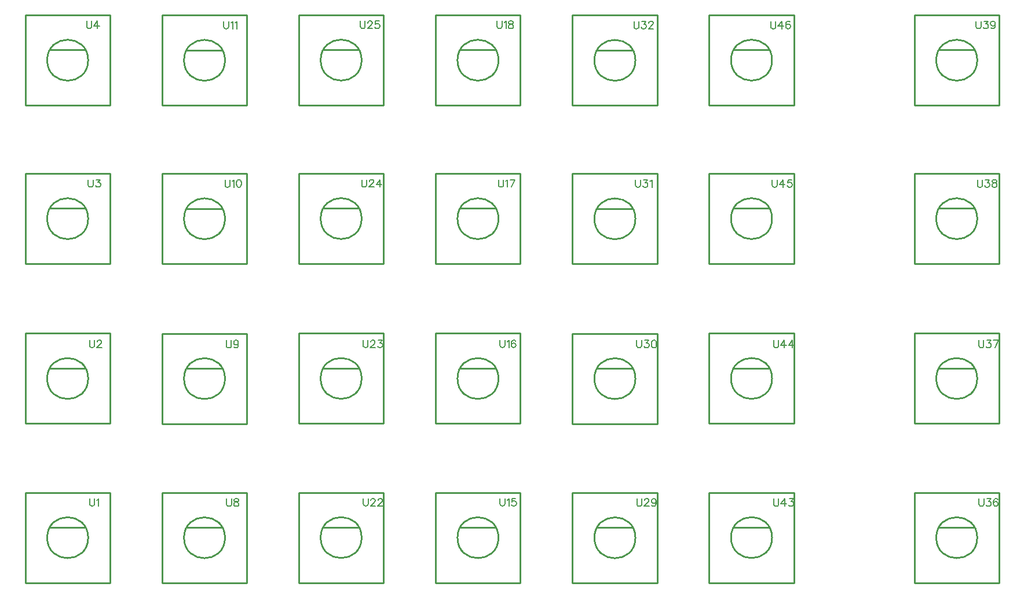
<source format=gto>
G04 Layer: TopSilkLayer*
G04 EasyEDA v6.4.20.6, 2021-08-02T11:14:11+02:00*
G04 e7c21c1e6ca5491a88c75d15d8fd51ee,3e5df01c9dd74657a85989452aaa4bc1,10*
G04 Gerber Generator version 0.2*
G04 Scale: 100 percent, Rotated: No, Reflected: No *
G04 Dimensions in millimeters *
G04 leading zeros omitted , absolute positions ,4 integer and 5 decimal *
%FSLAX45Y45*%
%MOMM*%

%ADD10C,0.2540*%
%ADD16C,0.1778*%

%LPD*%
D16*
X12510061Y-13151449D02*
G01*
X12510061Y-13229173D01*
X12515141Y-13244921D01*
X12525555Y-13255335D01*
X12541303Y-13260415D01*
X12551717Y-13260415D01*
X12567211Y-13255335D01*
X12577625Y-13244921D01*
X12582705Y-13229173D01*
X12582705Y-13151449D01*
X12643157Y-13151449D02*
G01*
X12627409Y-13156529D01*
X12622329Y-13166943D01*
X12622329Y-13177357D01*
X12627409Y-13187771D01*
X12637823Y-13192851D01*
X12658651Y-13198185D01*
X12674145Y-13203265D01*
X12684559Y-13213679D01*
X12689893Y-13224093D01*
X12689893Y-13239587D01*
X12684559Y-13250001D01*
X12679479Y-13255335D01*
X12663731Y-13260415D01*
X12643157Y-13260415D01*
X12627409Y-13255335D01*
X12622329Y-13250001D01*
X12616995Y-13239587D01*
X12616995Y-13224093D01*
X12622329Y-13213679D01*
X12632743Y-13203265D01*
X12648237Y-13198185D01*
X12669065Y-13192851D01*
X12679479Y-13187771D01*
X12684559Y-13177357D01*
X12684559Y-13166943D01*
X12679479Y-13156529D01*
X12663731Y-13151449D01*
X12643157Y-13151449D01*
X12509045Y-10831667D02*
G01*
X12509045Y-10909391D01*
X12514125Y-10925139D01*
X12524539Y-10935553D01*
X12540287Y-10940633D01*
X12550701Y-10940633D01*
X12566195Y-10935553D01*
X12576609Y-10925139D01*
X12581689Y-10909391D01*
X12581689Y-10831667D01*
X12683543Y-10867989D02*
G01*
X12678463Y-10883483D01*
X12668049Y-10893897D01*
X12652555Y-10898977D01*
X12647221Y-10898977D01*
X12631727Y-10893897D01*
X12621313Y-10883483D01*
X12615979Y-10867989D01*
X12615979Y-10862655D01*
X12621313Y-10847161D01*
X12631727Y-10836747D01*
X12647221Y-10831667D01*
X12652555Y-10831667D01*
X12668049Y-10836747D01*
X12678463Y-10847161D01*
X12683543Y-10867989D01*
X12683543Y-10893897D01*
X12678463Y-10919805D01*
X12668049Y-10935553D01*
X12652555Y-10940633D01*
X12642141Y-10940633D01*
X12626393Y-10935553D01*
X12621313Y-10925139D01*
X12489487Y-8480897D02*
G01*
X12489487Y-8558621D01*
X12494567Y-8574369D01*
X12504981Y-8584783D01*
X12520729Y-8589863D01*
X12531143Y-8589863D01*
X12546637Y-8584783D01*
X12557051Y-8574369D01*
X12562131Y-8558621D01*
X12562131Y-8480897D01*
X12596421Y-8501471D02*
G01*
X12606835Y-8496391D01*
X12622583Y-8480897D01*
X12622583Y-8589863D01*
X12687861Y-8480897D02*
G01*
X12672367Y-8485977D01*
X12661953Y-8501471D01*
X12656873Y-8527633D01*
X12656873Y-8543127D01*
X12661953Y-8569035D01*
X12672367Y-8584783D01*
X12687861Y-8589863D01*
X12698275Y-8589863D01*
X12714023Y-8584783D01*
X12724437Y-8569035D01*
X12729517Y-8543127D01*
X12729517Y-8527633D01*
X12724437Y-8501471D01*
X12714023Y-8485977D01*
X12698275Y-8480897D01*
X12687861Y-8480897D01*
X12467389Y-6160353D02*
G01*
X12467389Y-6238077D01*
X12472469Y-6253825D01*
X12482883Y-6264239D01*
X12498631Y-6269319D01*
X12509045Y-6269319D01*
X12524539Y-6264239D01*
X12534953Y-6253825D01*
X12540033Y-6238077D01*
X12540033Y-6160353D01*
X12574323Y-6180927D02*
G01*
X12584737Y-6175847D01*
X12600485Y-6160353D01*
X12600485Y-6269319D01*
X12634775Y-6180927D02*
G01*
X12645189Y-6175847D01*
X12660683Y-6160353D01*
X12660683Y-6269319D01*
X10509735Y-13149023D02*
G01*
X10509735Y-13226747D01*
X10514815Y-13242495D01*
X10525229Y-13252909D01*
X10540977Y-13257989D01*
X10551391Y-13257989D01*
X10566885Y-13252909D01*
X10577299Y-13242495D01*
X10582379Y-13226747D01*
X10582379Y-13149023D01*
X10616669Y-13169597D02*
G01*
X10627083Y-13164517D01*
X10642831Y-13149023D01*
X10642831Y-13257989D01*
X10508719Y-10829241D02*
G01*
X10508719Y-10906965D01*
X10513799Y-10922713D01*
X10524213Y-10933127D01*
X10539961Y-10938207D01*
X10550375Y-10938207D01*
X10565869Y-10933127D01*
X10576283Y-10922713D01*
X10581363Y-10906965D01*
X10581363Y-10829241D01*
X10620987Y-10855149D02*
G01*
X10620987Y-10849815D01*
X10626067Y-10839401D01*
X10631401Y-10834321D01*
X10641815Y-10829241D01*
X10662389Y-10829241D01*
X10672803Y-10834321D01*
X10678137Y-10839401D01*
X10683217Y-10849815D01*
X10683217Y-10860229D01*
X10678137Y-10870643D01*
X10667723Y-10886391D01*
X10615653Y-10938207D01*
X10688551Y-10938207D01*
X10489161Y-8478471D02*
G01*
X10489161Y-8556195D01*
X10494241Y-8571943D01*
X10504655Y-8582357D01*
X10520403Y-8587437D01*
X10530817Y-8587437D01*
X10546311Y-8582357D01*
X10556725Y-8571943D01*
X10561805Y-8556195D01*
X10561805Y-8478471D01*
X10606509Y-8478471D02*
G01*
X10663659Y-8478471D01*
X10632671Y-8519873D01*
X10648165Y-8519873D01*
X10658579Y-8525207D01*
X10663659Y-8530287D01*
X10668993Y-8545781D01*
X10668993Y-8556195D01*
X10663659Y-8571943D01*
X10653245Y-8582357D01*
X10637751Y-8587437D01*
X10622257Y-8587437D01*
X10606509Y-8582357D01*
X10601429Y-8577023D01*
X10596095Y-8566609D01*
X10467063Y-6157927D02*
G01*
X10467063Y-6235651D01*
X10472143Y-6251399D01*
X10482557Y-6261813D01*
X10498305Y-6266893D01*
X10508719Y-6266893D01*
X10524213Y-6261813D01*
X10534627Y-6251399D01*
X10539707Y-6235651D01*
X10539707Y-6157927D01*
X10626067Y-6157927D02*
G01*
X10573997Y-6230571D01*
X10651975Y-6230571D01*
X10626067Y-6157927D02*
G01*
X10626067Y-6266893D01*
X16507731Y-13149041D02*
G01*
X16507731Y-13226765D01*
X16512811Y-13242513D01*
X16523225Y-13252927D01*
X16538973Y-13258007D01*
X16549387Y-13258007D01*
X16564881Y-13252927D01*
X16575295Y-13242513D01*
X16580375Y-13226765D01*
X16580375Y-13149041D01*
X16614665Y-13169615D02*
G01*
X16625079Y-13164535D01*
X16640827Y-13149041D01*
X16640827Y-13258007D01*
X16737347Y-13149041D02*
G01*
X16685531Y-13149041D01*
X16680197Y-13195777D01*
X16685531Y-13190443D01*
X16701025Y-13185363D01*
X16716519Y-13185363D01*
X16732267Y-13190443D01*
X16742681Y-13200857D01*
X16747761Y-13216351D01*
X16747761Y-13226765D01*
X16742681Y-13242513D01*
X16732267Y-13252927D01*
X16716519Y-13258007D01*
X16701025Y-13258007D01*
X16685531Y-13252927D01*
X16680197Y-13247593D01*
X16675117Y-13237179D01*
X16506715Y-10829259D02*
G01*
X16506715Y-10906983D01*
X16511795Y-10922731D01*
X16522209Y-10933145D01*
X16537957Y-10938225D01*
X16548371Y-10938225D01*
X16563865Y-10933145D01*
X16574279Y-10922731D01*
X16579359Y-10906983D01*
X16579359Y-10829259D01*
X16613649Y-10849833D02*
G01*
X16624063Y-10844753D01*
X16639811Y-10829259D01*
X16639811Y-10938225D01*
X16736331Y-10844753D02*
G01*
X16731251Y-10834339D01*
X16715503Y-10829259D01*
X16705089Y-10829259D01*
X16689595Y-10834339D01*
X16679181Y-10849833D01*
X16674101Y-10875995D01*
X16674101Y-10901903D01*
X16679181Y-10922731D01*
X16689595Y-10933145D01*
X16705089Y-10938225D01*
X16710423Y-10938225D01*
X16725917Y-10933145D01*
X16736331Y-10922731D01*
X16741665Y-10906983D01*
X16741665Y-10901903D01*
X16736331Y-10886409D01*
X16725917Y-10875995D01*
X16710423Y-10870661D01*
X16705089Y-10870661D01*
X16689595Y-10875995D01*
X16679181Y-10886409D01*
X16674101Y-10901903D01*
X16487157Y-8478489D02*
G01*
X16487157Y-8556213D01*
X16492237Y-8571961D01*
X16502651Y-8582375D01*
X16518399Y-8587455D01*
X16528813Y-8587455D01*
X16544307Y-8582375D01*
X16554721Y-8571961D01*
X16559801Y-8556213D01*
X16559801Y-8478489D01*
X16594091Y-8499063D02*
G01*
X16604505Y-8493983D01*
X16620253Y-8478489D01*
X16620253Y-8587455D01*
X16727187Y-8478489D02*
G01*
X16675117Y-8587455D01*
X16654543Y-8478489D02*
G01*
X16727187Y-8478489D01*
X16465059Y-6157945D02*
G01*
X16465059Y-6235669D01*
X16470139Y-6251417D01*
X16480553Y-6261831D01*
X16496301Y-6266911D01*
X16506715Y-6266911D01*
X16522209Y-6261831D01*
X16532623Y-6251417D01*
X16537703Y-6235669D01*
X16537703Y-6157945D01*
X16571993Y-6178519D02*
G01*
X16582407Y-6173439D01*
X16598155Y-6157945D01*
X16598155Y-6266911D01*
X16658353Y-6157945D02*
G01*
X16642859Y-6163025D01*
X16637525Y-6173439D01*
X16637525Y-6183853D01*
X16642859Y-6194267D01*
X16653019Y-6199347D01*
X16673847Y-6204681D01*
X16689595Y-6209761D01*
X16700009Y-6220175D01*
X16705089Y-6230589D01*
X16705089Y-6246083D01*
X16700009Y-6256497D01*
X16694675Y-6261831D01*
X16679181Y-6266911D01*
X16658353Y-6266911D01*
X16642859Y-6261831D01*
X16637525Y-6256497D01*
X16632445Y-6246083D01*
X16632445Y-6230589D01*
X16637525Y-6220175D01*
X16647939Y-6209761D01*
X16663433Y-6204681D01*
X16684261Y-6199347D01*
X16694675Y-6194267D01*
X16700009Y-6183853D01*
X16700009Y-6173439D01*
X16694675Y-6163025D01*
X16679181Y-6157945D01*
X16658353Y-6157945D01*
X14507735Y-13149041D02*
G01*
X14507735Y-13226765D01*
X14512815Y-13242513D01*
X14523229Y-13252927D01*
X14538977Y-13258007D01*
X14549391Y-13258007D01*
X14564885Y-13252927D01*
X14575299Y-13242513D01*
X14580379Y-13226765D01*
X14580379Y-13149041D01*
X14620003Y-13174949D02*
G01*
X14620003Y-13169615D01*
X14625083Y-13159201D01*
X14630417Y-13154121D01*
X14640831Y-13149041D01*
X14661405Y-13149041D01*
X14671819Y-13154121D01*
X14677153Y-13159201D01*
X14682233Y-13169615D01*
X14682233Y-13180029D01*
X14677153Y-13190443D01*
X14666739Y-13206191D01*
X14614669Y-13258007D01*
X14687567Y-13258007D01*
X14726937Y-13174949D02*
G01*
X14726937Y-13169615D01*
X14732271Y-13159201D01*
X14737351Y-13154121D01*
X14747765Y-13149041D01*
X14768593Y-13149041D01*
X14779007Y-13154121D01*
X14784087Y-13159201D01*
X14789421Y-13169615D01*
X14789421Y-13180029D01*
X14784087Y-13190443D01*
X14773673Y-13206191D01*
X14721857Y-13258007D01*
X14794501Y-13258007D01*
X14506719Y-10829259D02*
G01*
X14506719Y-10906983D01*
X14511799Y-10922731D01*
X14522213Y-10933145D01*
X14537961Y-10938225D01*
X14548375Y-10938225D01*
X14563869Y-10933145D01*
X14574283Y-10922731D01*
X14579363Y-10906983D01*
X14579363Y-10829259D01*
X14618987Y-10855167D02*
G01*
X14618987Y-10849833D01*
X14624067Y-10839419D01*
X14629401Y-10834339D01*
X14639815Y-10829259D01*
X14660389Y-10829259D01*
X14670803Y-10834339D01*
X14676137Y-10839419D01*
X14681217Y-10849833D01*
X14681217Y-10860247D01*
X14676137Y-10870661D01*
X14665723Y-10886409D01*
X14613653Y-10938225D01*
X14686551Y-10938225D01*
X14731255Y-10829259D02*
G01*
X14788405Y-10829259D01*
X14757163Y-10870661D01*
X14772657Y-10870661D01*
X14783071Y-10875995D01*
X14788405Y-10881075D01*
X14793485Y-10896569D01*
X14793485Y-10906983D01*
X14788405Y-10922731D01*
X14777991Y-10933145D01*
X14762243Y-10938225D01*
X14746749Y-10938225D01*
X14731255Y-10933145D01*
X14725921Y-10927811D01*
X14720841Y-10917397D01*
X14487161Y-8478489D02*
G01*
X14487161Y-8556213D01*
X14492241Y-8571961D01*
X14502655Y-8582375D01*
X14518403Y-8587455D01*
X14528817Y-8587455D01*
X14544311Y-8582375D01*
X14554725Y-8571961D01*
X14559805Y-8556213D01*
X14559805Y-8478489D01*
X14599429Y-8504397D02*
G01*
X14599429Y-8499063D01*
X14604509Y-8488649D01*
X14609843Y-8483569D01*
X14620257Y-8478489D01*
X14640831Y-8478489D01*
X14651245Y-8483569D01*
X14656579Y-8488649D01*
X14661659Y-8499063D01*
X14661659Y-8509477D01*
X14656579Y-8519891D01*
X14646165Y-8535639D01*
X14594095Y-8587455D01*
X14666993Y-8587455D01*
X14753099Y-8478489D02*
G01*
X14701283Y-8551133D01*
X14779261Y-8551133D01*
X14753099Y-8478489D02*
G01*
X14753099Y-8587455D01*
X14465063Y-6157945D02*
G01*
X14465063Y-6235669D01*
X14470143Y-6251417D01*
X14480557Y-6261831D01*
X14496305Y-6266911D01*
X14506719Y-6266911D01*
X14522213Y-6261831D01*
X14532627Y-6251417D01*
X14537707Y-6235669D01*
X14537707Y-6157945D01*
X14577331Y-6183853D02*
G01*
X14577331Y-6178519D01*
X14582411Y-6168105D01*
X14587745Y-6163025D01*
X14598159Y-6157945D01*
X14618733Y-6157945D01*
X14629147Y-6163025D01*
X14634481Y-6168105D01*
X14639561Y-6178519D01*
X14639561Y-6188933D01*
X14634481Y-6199347D01*
X14624067Y-6215095D01*
X14571997Y-6266911D01*
X14644895Y-6266911D01*
X14741415Y-6157945D02*
G01*
X14689599Y-6157945D01*
X14684265Y-6204681D01*
X14689599Y-6199347D01*
X14705093Y-6194267D01*
X14720587Y-6194267D01*
X14736335Y-6199347D01*
X14746749Y-6209761D01*
X14751829Y-6225255D01*
X14751829Y-6235669D01*
X14746749Y-6251417D01*
X14736335Y-6261831D01*
X14720587Y-6266911D01*
X14705093Y-6266911D01*
X14689599Y-6261831D01*
X14684265Y-6256497D01*
X14679185Y-6246083D01*
X18509584Y-13150659D02*
G01*
X18509584Y-13228383D01*
X18514664Y-13244131D01*
X18525078Y-13254545D01*
X18540826Y-13259625D01*
X18551240Y-13259625D01*
X18566734Y-13254545D01*
X18577148Y-13244131D01*
X18582228Y-13228383D01*
X18582228Y-13150659D01*
X18621852Y-13176567D02*
G01*
X18621852Y-13171233D01*
X18626932Y-13160819D01*
X18632266Y-13155739D01*
X18642680Y-13150659D01*
X18663254Y-13150659D01*
X18673668Y-13155739D01*
X18679002Y-13160819D01*
X18684082Y-13171233D01*
X18684082Y-13181647D01*
X18679002Y-13192061D01*
X18668588Y-13207809D01*
X18616518Y-13259625D01*
X18689416Y-13259625D01*
X18791270Y-13186981D02*
G01*
X18785936Y-13202475D01*
X18775522Y-13212889D01*
X18760028Y-13217969D01*
X18754694Y-13217969D01*
X18739200Y-13212889D01*
X18728786Y-13202475D01*
X18723706Y-13186981D01*
X18723706Y-13181647D01*
X18728786Y-13166153D01*
X18739200Y-13155739D01*
X18754694Y-13150659D01*
X18760028Y-13150659D01*
X18775522Y-13155739D01*
X18785936Y-13166153D01*
X18791270Y-13186981D01*
X18791270Y-13212889D01*
X18785936Y-13238797D01*
X18775522Y-13254545D01*
X18760028Y-13259625D01*
X18749614Y-13259625D01*
X18734120Y-13254545D01*
X18728786Y-13244131D01*
X18508568Y-10830877D02*
G01*
X18508568Y-10908601D01*
X18513648Y-10924349D01*
X18524062Y-10934763D01*
X18539810Y-10939843D01*
X18550224Y-10939843D01*
X18565718Y-10934763D01*
X18576132Y-10924349D01*
X18581212Y-10908601D01*
X18581212Y-10830877D01*
X18625916Y-10830877D02*
G01*
X18683066Y-10830877D01*
X18652078Y-10872279D01*
X18667572Y-10872279D01*
X18677986Y-10877613D01*
X18683066Y-10882693D01*
X18688400Y-10898187D01*
X18688400Y-10908601D01*
X18683066Y-10924349D01*
X18672652Y-10934763D01*
X18657158Y-10939843D01*
X18641664Y-10939843D01*
X18625916Y-10934763D01*
X18620836Y-10929429D01*
X18615502Y-10919015D01*
X18753678Y-10830877D02*
G01*
X18738184Y-10835957D01*
X18727770Y-10851451D01*
X18722690Y-10877613D01*
X18722690Y-10893107D01*
X18727770Y-10919015D01*
X18738184Y-10934763D01*
X18753678Y-10939843D01*
X18764092Y-10939843D01*
X18779840Y-10934763D01*
X18790254Y-10919015D01*
X18795334Y-10893107D01*
X18795334Y-10877613D01*
X18790254Y-10851451D01*
X18779840Y-10835957D01*
X18764092Y-10830877D01*
X18753678Y-10830877D01*
X18489010Y-8480107D02*
G01*
X18489010Y-8557831D01*
X18494090Y-8573579D01*
X18504504Y-8583993D01*
X18520252Y-8589073D01*
X18530666Y-8589073D01*
X18546160Y-8583993D01*
X18556574Y-8573579D01*
X18561654Y-8557831D01*
X18561654Y-8480107D01*
X18606358Y-8480107D02*
G01*
X18663508Y-8480107D01*
X18632520Y-8521509D01*
X18648014Y-8521509D01*
X18658428Y-8526843D01*
X18663508Y-8531923D01*
X18668842Y-8547417D01*
X18668842Y-8557831D01*
X18663508Y-8573579D01*
X18653094Y-8583993D01*
X18637600Y-8589073D01*
X18622106Y-8589073D01*
X18606358Y-8583993D01*
X18601278Y-8578659D01*
X18595944Y-8568245D01*
X18703132Y-8500681D02*
G01*
X18713546Y-8495601D01*
X18729040Y-8480107D01*
X18729040Y-8589073D01*
X18466912Y-6159563D02*
G01*
X18466912Y-6237287D01*
X18471992Y-6253035D01*
X18482406Y-6263449D01*
X18498154Y-6268529D01*
X18508568Y-6268529D01*
X18524062Y-6263449D01*
X18534476Y-6253035D01*
X18539556Y-6237287D01*
X18539556Y-6159563D01*
X18584260Y-6159563D02*
G01*
X18641410Y-6159563D01*
X18610422Y-6200965D01*
X18625916Y-6200965D01*
X18636330Y-6206299D01*
X18641410Y-6211379D01*
X18646744Y-6226873D01*
X18646744Y-6237287D01*
X18641410Y-6253035D01*
X18630996Y-6263449D01*
X18615502Y-6268529D01*
X18600008Y-6268529D01*
X18584260Y-6263449D01*
X18579180Y-6258115D01*
X18573846Y-6247701D01*
X18686114Y-6185471D02*
G01*
X18686114Y-6180137D01*
X18691448Y-6169723D01*
X18696528Y-6164643D01*
X18706942Y-6159563D01*
X18727770Y-6159563D01*
X18738184Y-6164643D01*
X18743264Y-6169723D01*
X18748598Y-6180137D01*
X18748598Y-6190551D01*
X18743264Y-6200965D01*
X18732850Y-6216713D01*
X18681034Y-6268529D01*
X18753678Y-6268529D01*
X23508583Y-13150329D02*
G01*
X23508583Y-13228053D01*
X23513663Y-13243801D01*
X23524077Y-13254215D01*
X23539825Y-13259295D01*
X23550239Y-13259295D01*
X23565733Y-13254215D01*
X23576147Y-13243801D01*
X23581227Y-13228053D01*
X23581227Y-13150329D01*
X23625931Y-13150329D02*
G01*
X23683081Y-13150329D01*
X23652093Y-13191731D01*
X23667587Y-13191731D01*
X23678001Y-13197065D01*
X23683081Y-13202145D01*
X23688415Y-13217639D01*
X23688415Y-13228053D01*
X23683081Y-13243801D01*
X23672667Y-13254215D01*
X23657173Y-13259295D01*
X23641679Y-13259295D01*
X23625931Y-13254215D01*
X23620851Y-13248881D01*
X23615517Y-13238467D01*
X23784935Y-13165823D02*
G01*
X23779855Y-13155409D01*
X23764107Y-13150329D01*
X23753693Y-13150329D01*
X23738199Y-13155409D01*
X23727785Y-13170903D01*
X23722705Y-13197065D01*
X23722705Y-13222973D01*
X23727785Y-13243801D01*
X23738199Y-13254215D01*
X23753693Y-13259295D01*
X23759027Y-13259295D01*
X23774521Y-13254215D01*
X23784935Y-13243801D01*
X23790269Y-13228053D01*
X23790269Y-13222973D01*
X23784935Y-13207479D01*
X23774521Y-13197065D01*
X23759027Y-13191731D01*
X23753693Y-13191731D01*
X23738199Y-13197065D01*
X23727785Y-13207479D01*
X23722705Y-13222973D01*
X23507567Y-10830547D02*
G01*
X23507567Y-10908271D01*
X23512647Y-10924019D01*
X23523061Y-10934433D01*
X23538809Y-10939513D01*
X23549223Y-10939513D01*
X23564717Y-10934433D01*
X23575131Y-10924019D01*
X23580211Y-10908271D01*
X23580211Y-10830547D01*
X23624915Y-10830547D02*
G01*
X23682065Y-10830547D01*
X23651077Y-10871949D01*
X23666571Y-10871949D01*
X23676985Y-10877283D01*
X23682065Y-10882363D01*
X23687399Y-10897857D01*
X23687399Y-10908271D01*
X23682065Y-10924019D01*
X23671651Y-10934433D01*
X23656157Y-10939513D01*
X23640663Y-10939513D01*
X23624915Y-10934433D01*
X23619835Y-10929099D01*
X23614501Y-10918685D01*
X23794333Y-10830547D02*
G01*
X23742517Y-10939513D01*
X23721689Y-10830547D02*
G01*
X23794333Y-10830547D01*
X23488009Y-8479777D02*
G01*
X23488009Y-8557501D01*
X23493089Y-8573249D01*
X23503503Y-8583663D01*
X23519251Y-8588743D01*
X23529665Y-8588743D01*
X23545159Y-8583663D01*
X23555573Y-8573249D01*
X23560653Y-8557501D01*
X23560653Y-8479777D01*
X23605357Y-8479777D02*
G01*
X23662507Y-8479777D01*
X23631519Y-8521179D01*
X23647013Y-8521179D01*
X23657427Y-8526513D01*
X23662507Y-8531593D01*
X23667841Y-8547087D01*
X23667841Y-8557501D01*
X23662507Y-8573249D01*
X23652093Y-8583663D01*
X23636599Y-8588743D01*
X23621105Y-8588743D01*
X23605357Y-8583663D01*
X23600277Y-8578329D01*
X23594943Y-8567915D01*
X23728039Y-8479777D02*
G01*
X23712545Y-8484857D01*
X23707211Y-8495271D01*
X23707211Y-8505685D01*
X23712545Y-8516099D01*
X23722959Y-8521179D01*
X23743533Y-8526513D01*
X23759281Y-8531593D01*
X23769695Y-8542007D01*
X23774775Y-8552421D01*
X23774775Y-8567915D01*
X23769695Y-8578329D01*
X23764361Y-8583663D01*
X23748867Y-8588743D01*
X23728039Y-8588743D01*
X23712545Y-8583663D01*
X23707211Y-8578329D01*
X23702131Y-8567915D01*
X23702131Y-8552421D01*
X23707211Y-8542007D01*
X23717625Y-8531593D01*
X23733119Y-8526513D01*
X23753947Y-8521179D01*
X23764361Y-8516099D01*
X23769695Y-8505685D01*
X23769695Y-8495271D01*
X23764361Y-8484857D01*
X23748867Y-8479777D01*
X23728039Y-8479777D01*
X23465911Y-6159233D02*
G01*
X23465911Y-6236957D01*
X23470991Y-6252705D01*
X23481405Y-6263119D01*
X23497153Y-6268199D01*
X23507567Y-6268199D01*
X23523061Y-6263119D01*
X23533475Y-6252705D01*
X23538555Y-6236957D01*
X23538555Y-6159233D01*
X23583259Y-6159233D02*
G01*
X23640409Y-6159233D01*
X23609421Y-6200635D01*
X23624915Y-6200635D01*
X23635329Y-6205969D01*
X23640409Y-6211049D01*
X23645743Y-6226543D01*
X23645743Y-6236957D01*
X23640409Y-6252705D01*
X23629995Y-6263119D01*
X23614501Y-6268199D01*
X23599007Y-6268199D01*
X23583259Y-6263119D01*
X23578179Y-6257785D01*
X23572845Y-6247371D01*
X23747597Y-6195555D02*
G01*
X23742263Y-6211049D01*
X23731849Y-6221463D01*
X23716355Y-6226543D01*
X23711021Y-6226543D01*
X23695527Y-6221463D01*
X23685113Y-6211049D01*
X23680033Y-6195555D01*
X23680033Y-6190221D01*
X23685113Y-6174727D01*
X23695527Y-6164313D01*
X23711021Y-6159233D01*
X23716355Y-6159233D01*
X23731849Y-6164313D01*
X23742263Y-6174727D01*
X23747597Y-6195555D01*
X23747597Y-6221463D01*
X23742263Y-6247371D01*
X23731849Y-6263119D01*
X23716355Y-6268199D01*
X23705941Y-6268199D01*
X23690447Y-6263119D01*
X23685113Y-6252705D01*
X20509580Y-13150659D02*
G01*
X20509580Y-13228383D01*
X20514660Y-13244131D01*
X20525074Y-13254545D01*
X20540822Y-13259625D01*
X20551236Y-13259625D01*
X20566730Y-13254545D01*
X20577144Y-13244131D01*
X20582224Y-13228383D01*
X20582224Y-13150659D01*
X20668584Y-13150659D02*
G01*
X20616514Y-13223303D01*
X20694492Y-13223303D01*
X20668584Y-13150659D02*
G01*
X20668584Y-13259625D01*
X20739196Y-13150659D02*
G01*
X20796346Y-13150659D01*
X20765104Y-13192061D01*
X20780852Y-13192061D01*
X20791266Y-13197395D01*
X20796346Y-13202475D01*
X20801680Y-13217969D01*
X20801680Y-13228383D01*
X20796346Y-13244131D01*
X20785932Y-13254545D01*
X20770438Y-13259625D01*
X20754690Y-13259625D01*
X20739196Y-13254545D01*
X20734116Y-13249211D01*
X20728782Y-13238797D01*
X20508564Y-10830877D02*
G01*
X20508564Y-10908601D01*
X20513644Y-10924349D01*
X20524058Y-10934763D01*
X20539806Y-10939843D01*
X20550220Y-10939843D01*
X20565714Y-10934763D01*
X20576128Y-10924349D01*
X20581208Y-10908601D01*
X20581208Y-10830877D01*
X20667568Y-10830877D02*
G01*
X20615498Y-10903521D01*
X20693476Y-10903521D01*
X20667568Y-10830877D02*
G01*
X20667568Y-10939843D01*
X20779836Y-10830877D02*
G01*
X20727766Y-10903521D01*
X20805744Y-10903521D01*
X20779836Y-10830877D02*
G01*
X20779836Y-10939843D01*
X20489006Y-8480107D02*
G01*
X20489006Y-8557831D01*
X20494086Y-8573579D01*
X20504500Y-8583993D01*
X20520248Y-8589073D01*
X20530662Y-8589073D01*
X20546156Y-8583993D01*
X20556570Y-8573579D01*
X20561650Y-8557831D01*
X20561650Y-8480107D01*
X20648010Y-8480107D02*
G01*
X20595940Y-8552751D01*
X20673918Y-8552751D01*
X20648010Y-8480107D02*
G01*
X20648010Y-8589073D01*
X20770692Y-8480107D02*
G01*
X20718622Y-8480107D01*
X20713542Y-8526843D01*
X20718622Y-8521509D01*
X20734116Y-8516429D01*
X20749864Y-8516429D01*
X20765358Y-8521509D01*
X20775772Y-8531923D01*
X20781106Y-8547417D01*
X20781106Y-8557831D01*
X20775772Y-8573579D01*
X20765358Y-8583993D01*
X20749864Y-8589073D01*
X20734116Y-8589073D01*
X20718622Y-8583993D01*
X20713542Y-8578659D01*
X20708208Y-8568245D01*
X20466908Y-6159563D02*
G01*
X20466908Y-6237287D01*
X20471988Y-6253035D01*
X20482402Y-6263449D01*
X20498150Y-6268529D01*
X20508564Y-6268529D01*
X20524058Y-6263449D01*
X20534472Y-6253035D01*
X20539552Y-6237287D01*
X20539552Y-6159563D01*
X20625912Y-6159563D02*
G01*
X20573842Y-6232207D01*
X20651820Y-6232207D01*
X20625912Y-6159563D02*
G01*
X20625912Y-6268529D01*
X20748594Y-6175057D02*
G01*
X20743260Y-6164643D01*
X20727766Y-6159563D01*
X20717352Y-6159563D01*
X20701858Y-6164643D01*
X20691444Y-6180137D01*
X20686110Y-6206299D01*
X20686110Y-6232207D01*
X20691444Y-6253035D01*
X20701858Y-6263449D01*
X20717352Y-6268529D01*
X20722432Y-6268529D01*
X20738180Y-6263449D01*
X20748594Y-6253035D01*
X20753674Y-6237287D01*
X20753674Y-6232207D01*
X20748594Y-6216713D01*
X20738180Y-6206299D01*
X20722432Y-6200965D01*
X20717352Y-6200965D01*
X20701858Y-6206299D01*
X20691444Y-6216713D01*
X20686110Y-6232207D01*
D10*
X11569191Y-14382267D02*
G01*
X12808711Y-14382267D01*
X12808711Y-13061467D01*
X11569191Y-13061467D01*
X11569191Y-14382267D01*
X11929872Y-13572007D02*
G01*
X12448031Y-13572007D01*
X11569191Y-12052274D02*
G01*
X12808711Y-12052274D01*
X12808711Y-10731474D01*
X11569191Y-10731474D01*
X11569191Y-12052274D01*
X11929872Y-11242014D02*
G01*
X12448031Y-11242014D01*
X11569191Y-9712274D02*
G01*
X12808711Y-9712274D01*
X12808711Y-8391474D01*
X11569191Y-8391474D01*
X11569191Y-9712274D01*
X11929872Y-8902014D02*
G01*
X12448031Y-8902014D01*
X11569191Y-7392288D02*
G01*
X12808711Y-7392288D01*
X12808711Y-6071488D01*
X11569191Y-6071488D01*
X11569191Y-7392288D01*
X11929872Y-6582029D02*
G01*
X12448031Y-6582029D01*
X9568916Y-14380946D02*
G01*
X10808436Y-14380946D01*
X10808436Y-13060146D01*
X9568916Y-13060146D01*
X9568916Y-14380946D01*
X9929596Y-13570686D02*
G01*
X10447756Y-13570686D01*
X9568916Y-12050953D02*
G01*
X10808436Y-12050953D01*
X10808436Y-10730153D01*
X9568916Y-10730153D01*
X9568916Y-12050953D01*
X9929596Y-11240693D02*
G01*
X10447756Y-11240693D01*
X9568916Y-9710953D02*
G01*
X10808436Y-9710953D01*
X10808436Y-8390153D01*
X9568916Y-8390153D01*
X9568916Y-9710953D01*
X9929596Y-8900693D02*
G01*
X10447756Y-8900693D01*
X9568916Y-7390968D02*
G01*
X10808436Y-7390968D01*
X10808436Y-6070168D01*
X9568916Y-6070168D01*
X9568916Y-7390968D01*
X9929596Y-6580708D02*
G01*
X10447756Y-6580708D01*
X15566923Y-14380946D02*
G01*
X16806443Y-14380946D01*
X16806443Y-13060146D01*
X15566923Y-13060146D01*
X15566923Y-14380946D01*
X15927603Y-13570686D02*
G01*
X16445763Y-13570686D01*
X15566923Y-12050979D02*
G01*
X16806443Y-12050979D01*
X16806443Y-10730179D01*
X15566923Y-10730179D01*
X15566923Y-12050979D01*
X15927603Y-11240693D02*
G01*
X16445763Y-11240693D01*
X15566923Y-9710953D02*
G01*
X16806443Y-9710953D01*
X16806443Y-8390153D01*
X15566923Y-8390153D01*
X15566923Y-9710953D01*
X15927603Y-8900693D02*
G01*
X16445763Y-8900693D01*
X15566923Y-7390968D02*
G01*
X16806443Y-7390968D01*
X16806443Y-6070168D01*
X15566923Y-6070168D01*
X15566923Y-7390968D01*
X15927603Y-6580708D02*
G01*
X16445763Y-6580708D01*
X13566647Y-14379625D02*
G01*
X14806168Y-14379625D01*
X14806168Y-13058825D01*
X13566647Y-13058825D01*
X13566647Y-14379625D01*
X13927327Y-13569391D02*
G01*
X14445488Y-13569391D01*
X13566647Y-12049658D02*
G01*
X14806168Y-12049658D01*
X14806168Y-10728858D01*
X13566647Y-10728858D01*
X13566647Y-12049658D01*
X13927327Y-11239398D02*
G01*
X14445488Y-11239398D01*
X13566647Y-9709658D02*
G01*
X14806168Y-9709658D01*
X14806168Y-8388858D01*
X13566647Y-8388858D01*
X13566647Y-9709658D01*
X13927327Y-8899372D02*
G01*
X14445488Y-8899372D01*
X13566647Y-7389647D02*
G01*
X14806168Y-7389647D01*
X14806168Y-6068847D01*
X13566647Y-6068847D01*
X13566647Y-7389647D01*
X13927327Y-6579387D02*
G01*
X14445488Y-6579387D01*
X17568773Y-14382572D02*
G01*
X18808293Y-14382572D01*
X18808293Y-13061772D01*
X17568773Y-13061772D01*
X17568773Y-14382572D01*
X17929453Y-13572312D02*
G01*
X18447613Y-13572312D01*
X17568773Y-12052579D02*
G01*
X18808293Y-12052579D01*
X18808293Y-10731779D01*
X17568773Y-10731779D01*
X17568773Y-12052579D01*
X17929453Y-11242319D02*
G01*
X18447613Y-11242319D01*
X17568773Y-9712579D02*
G01*
X18808293Y-9712579D01*
X18808293Y-8391779D01*
X17568773Y-8391779D01*
X17568773Y-9712579D01*
X17929453Y-8902319D02*
G01*
X18447613Y-8902319D01*
X17568773Y-7392593D02*
G01*
X18808293Y-7392593D01*
X18808293Y-6071793D01*
X17568773Y-6071793D01*
X17568773Y-7392593D01*
X17929453Y-6582333D02*
G01*
X18447613Y-6582333D01*
X22565512Y-14380946D02*
G01*
X23805032Y-14380946D01*
X23805032Y-13060146D01*
X22565512Y-13060146D01*
X22565512Y-14380946D01*
X22926166Y-13570686D02*
G01*
X23444327Y-13570686D01*
X22565512Y-12050953D02*
G01*
X23805032Y-12050953D01*
X23805032Y-10730153D01*
X22565512Y-10730153D01*
X22565512Y-12050953D01*
X22926166Y-11240693D02*
G01*
X23444327Y-11240693D01*
X22565512Y-9710953D02*
G01*
X23805032Y-9710953D01*
X23805032Y-8390153D01*
X22565512Y-8390153D01*
X22565512Y-9710953D01*
X22926166Y-8900693D02*
G01*
X23444327Y-8900693D01*
X22565512Y-7390968D02*
G01*
X23805032Y-7390968D01*
X23805032Y-6070168D01*
X22565512Y-6070168D01*
X22565512Y-7390968D01*
X22926166Y-6580708D02*
G01*
X23444327Y-6580708D01*
X19566229Y-14379955D02*
G01*
X20805749Y-14379955D01*
X20805749Y-13059155D01*
X19566229Y-13059155D01*
X19566229Y-14379955D01*
X19926909Y-13569695D02*
G01*
X20445069Y-13569695D01*
X19566229Y-12049963D02*
G01*
X20805749Y-12049963D01*
X20805749Y-10729163D01*
X19566229Y-10729163D01*
X19566229Y-12049963D01*
X19926909Y-11239703D02*
G01*
X20445069Y-11239703D01*
X19566229Y-9709962D02*
G01*
X20805749Y-9709962D01*
X20805749Y-8389162D01*
X19566229Y-8389162D01*
X19566229Y-9709962D01*
X19926909Y-8899702D02*
G01*
X20445069Y-8899702D01*
X19566229Y-7389977D02*
G01*
X20805749Y-7389977D01*
X20805749Y-6069177D01*
X19566229Y-6069177D01*
X19566229Y-7389977D01*
X19926909Y-6579717D02*
G01*
X20445069Y-6579717D01*
G75*
G01
X12488672Y-13721842D02*
G03X12488672Y-13721842I-299720J0D01*
G75*
G01
X12488672Y-11391900D02*
G03X12488672Y-11391900I-299720J0D01*
G75*
G01
X12488672Y-9051798D02*
G03X12488672Y-9051798I-299720J0D01*
G75*
G01
X12488672Y-6731762D02*
G03X12488672Y-6731762I-299720J0D01*
G75*
G01
X10488422Y-13720572D02*
G03X10488422Y-13720572I-299720J0D01*
G75*
G01
X10488422Y-11390630D02*
G03X10488422Y-11390630I-299720J0D01*
G75*
G01
X10488422Y-9050528D02*
G03X10488422Y-9050528I-299720J0D01*
G75*
G01
X10488422Y-6730492D02*
G03X10488422Y-6730492I-299720J0D01*
G75*
G01
X16486378Y-13720572D02*
G03X16486378Y-13720572I-299720J0D01*
G75*
G01
X16486378Y-11390630D02*
G03X16486378Y-11390630I-299720J0D01*
G75*
G01
X16486378Y-9050528D02*
G03X16486378Y-9050528I-299720J0D01*
G75*
G01
X16486378Y-6730492D02*
G03X16486378Y-6730492I-299720J0D01*
G75*
G01
X14486128Y-13719302D02*
G03X14486128Y-13719302I-299720J0D01*
G75*
G01
X14486128Y-11389360D02*
G03X14486128Y-11389360I-299720J0D01*
G75*
G01
X14486128Y-9049258D02*
G03X14486128Y-9049258I-299720J0D01*
G75*
G01
X14486128Y-6729222D02*
G03X14486128Y-6729222I-299720J0D01*
G75*
G01
X18488406Y-13722350D02*
G03X18488406Y-13722350I-299720J0D01*
G75*
G01
X18488406Y-11392408D02*
G03X18488406Y-11392408I-299720J0D01*
G75*
G01
X18488406Y-9052306D02*
G03X18488406Y-9052306I-299720J0D01*
G75*
G01
X18488406Y-6732270D02*
G03X18488406Y-6732270I-299720J0D01*
G75*
G01
X23485094Y-13720572D02*
G03X23485094Y-13720572I-299720J0D01*
G75*
G01
X23485094Y-11390630D02*
G03X23485094Y-11390630I-299720J0D01*
G75*
G01
X23485094Y-9050528D02*
G03X23485094Y-9050528I-299720J0D01*
G75*
G01
X23485094Y-6730492D02*
G03X23485094Y-6730492I-299720J0D01*
G75*
G01
X20485862Y-13719556D02*
G03X20485862Y-13719556I-299720J0D01*
G75*
G01
X20485862Y-11389614D02*
G03X20485862Y-11389614I-299720J0D01*
G75*
G01
X20485862Y-9049512D02*
G03X20485862Y-9049512I-299720J0D01*
G75*
G01
X20485862Y-6729476D02*
G03X20485862Y-6729476I-299720J0D01*
M02*

</source>
